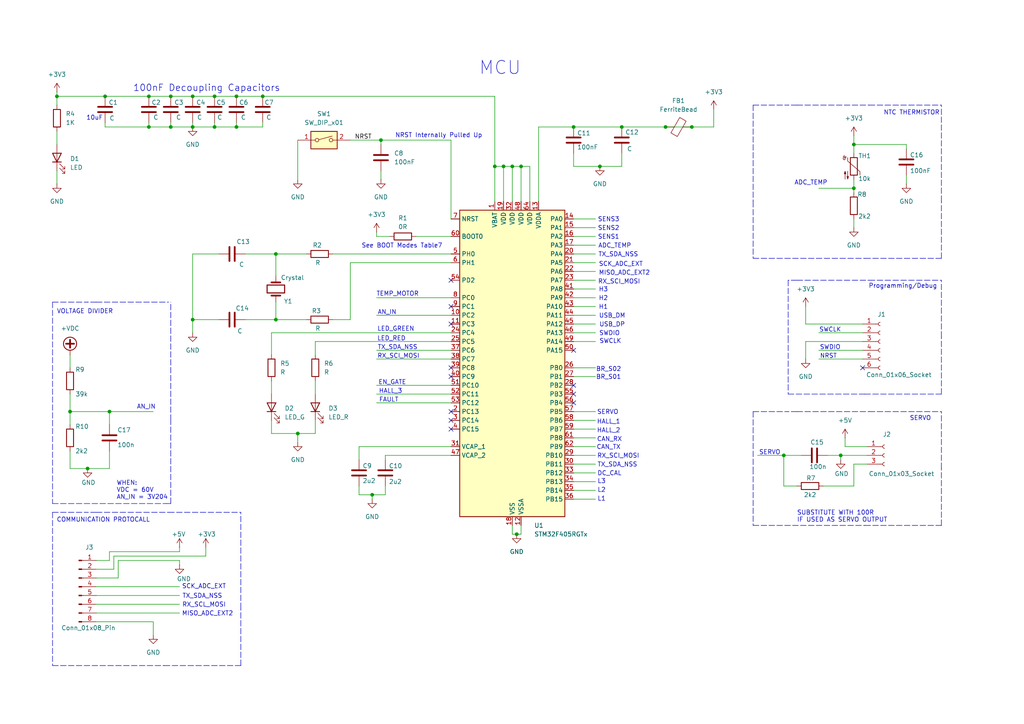
<source format=kicad_sch>
(kicad_sch (version 20231120) (generator "eeschema") (generator_version "8.0")
  (paper "A4")
  (lib_symbols
    (symbol "Connector:Conn_01x03_Socket" (pin_names (offset 1.016) hide)
      (property "Reference" "J" (at 0 5.08 0))
      (property "Value" "Conn_01x03_Socket" (at 0 -5.08 0))
      (symbol "Conn_01x03_Socket_1_1"
        (arc (start 0 -2.032) (mid -0.5058 -2.54) (end 0 -3.048) (stroke (width 0.1524)))
        (polyline (pts (xy -1.27 -2.54) (xy -0.508 -2.54)) (stroke (width 0.1524)))
        (polyline (pts (xy -1.27 0) (xy -0.508 0)) (stroke (width 0.1524)))
        (polyline (pts (xy -1.27 2.54) (xy -0.508 2.54)) (stroke (width 0.1524)))
        (arc (start 0 0.508) (mid -0.5058 0) (end 0 -0.508) (stroke (width 0.1524)))
        (arc (start 0 3.048) (mid -0.5058 2.54) (end 0 2.032) (stroke (width 0.1524)))
        (pin passive line (at -5.08 2.54 0) (length 3.81) (name "Pin_1") (number "1"))
        (pin passive line (at -5.08 0 0) (length 3.81) (name "Pin_2") (number "2"))
        (pin passive line (at -5.08 -2.54 0) (length 3.81) (name "Pin_3") (number "3"))
      )
    )
    (symbol "Connector:Conn_01x06_Socket" (pin_names (offset 1.016) hide)
      (property "Reference" "J" (at 0 7.62 0))
      (property "Value" "Conn_01x06_Socket" (at 0 -10.16 0))
      (symbol "Conn_01x06_Socket_1_1"
        (arc (start 0 -7.112) (mid -0.5058 -7.62) (end 0 -8.128) (stroke (width 0.1524)))
        (arc (start 0 -4.572) (mid -0.5058 -5.08) (end 0 -5.588) (stroke (width 0.1524)))
        (arc (start 0 -2.032) (mid -0.5058 -2.54) (end 0 -3.048) (stroke (width 0.1524)))
        (polyline (pts (xy -1.27 -7.62) (xy -0.508 -7.62)) (stroke (width 0.1524)))
        (polyline (pts (xy -1.27 -5.08) (xy -0.508 -5.08)) (stroke (width 0.1524)))
        (polyline (pts (xy -1.27 -2.54) (xy -0.508 -2.54)) (stroke (width 0.1524)))
        (polyline (pts (xy -1.27 0) (xy -0.508 0)) (stroke (width 0.1524)))
        (polyline (pts (xy -1.27 2.54) (xy -0.508 2.54)) (stroke (width 0.1524)))
        (polyline (pts (xy -1.27 5.08) (xy -0.508 5.08)) (stroke (width 0.1524)))
        (arc (start 0 0.508) (mid -0.5058 0) (end 0 -0.508) (stroke (width 0.1524)))
        (arc (start 0 3.048) (mid -0.5058 2.54) (end 0 2.032) (stroke (width 0.1524)))
        (arc (start 0 5.588) (mid -0.5058 5.08) (end 0 4.572) (stroke (width 0.1524)))
        (pin passive line (at -5.08 5.08 0) (length 3.81) (name "Pin_1") (number "1"))
        (pin passive line (at -5.08 2.54 0) (length 3.81) (name "Pin_2") (number "2"))
        (pin passive line (at -5.08 0 0) (length 3.81) (name "Pin_3") (number "3"))
        (pin passive line (at -5.08 -2.54 0) (length 3.81) (name "Pin_4") (number "4"))
        (pin passive line (at -5.08 -5.08 0) (length 3.81) (name "Pin_5") (number "5"))
        (pin passive line (at -5.08 -7.62 0) (length 3.81) (name "Pin_6") (number "6"))
      )
    )
    (symbol "Connector:Conn_01x08_Pin" (pin_names (offset 1.016) hide)
      (property "Reference" "J" (at 0 10.16 0))
      (property "Value" "Conn_01x08_Pin" (at 0 -12.7 0))
      (symbol "Conn_01x08_Pin_1_1"
        (polyline (pts (xy 1.27 -10.16) (xy 0.8636 -10.16)) (stroke (width 0.1524)))
        (polyline (pts (xy 1.27 -7.62) (xy 0.8636 -7.62)) (stroke (width 0.1524)))
        (polyline (pts (xy 1.27 -5.08) (xy 0.8636 -5.08)) (stroke (width 0.1524)))
        (polyline (pts (xy 1.27 -2.54) (xy 0.8636 -2.54)) (stroke (width 0.1524)))
        (polyline (pts (xy 1.27 0) (xy 0.8636 0)) (stroke (width 0.1524)))
        (polyline (pts (xy 1.27 2.54) (xy 0.8636 2.54)) (stroke (width 0.1524)))
        (polyline (pts (xy 1.27 5.08) (xy 0.8636 5.08)) (stroke (width 0.1524)))
        (polyline (pts (xy 1.27 7.62) (xy 0.8636 7.62)) (stroke (width 0.1524)))
        (rectangle (start 0.8636 -10.033) (end 0 -10.287) (stroke (width 0.1524)) (fill (type outline)))
        (rectangle (start 0.8636 -7.493) (end 0 -7.747) (stroke (width 0.1524)) (fill (type outline)))
        (rectangle (start 0.8636 -4.953) (end 0 -5.207) (stroke (width 0.1524)) (fill (type outline)))
        (rectangle (start 0.8636 -2.413) (end 0 -2.667) (stroke (width 0.1524)) (fill (type outline)))
        (rectangle (start 0.8636 0.127) (end 0 -0.127) (stroke (width 0.1524)) (fill (type outline)))
        (rectangle (start 0.8636 2.667) (end 0 2.413) (stroke (width 0.1524)) (fill (type outline)))
        (rectangle (start 0.8636 5.207) (end 0 4.953) (stroke (width 0.1524)) (fill (type outline)))
        (rectangle (start 0.8636 7.747) (end 0 7.493) (stroke (width 0.1524)) (fill (type outline)))
        (pin passive line (at 5.08 7.62 180) (length 3.81) (name "Pin_1") (number "1"))
        (pin passive line (at 5.08 5.08 180) (length 3.81) (name "Pin_2") (number "2"))
        (pin passive line (at 5.08 2.54 180) (length 3.81) (name "Pin_3") (number "3"))
        (pin passive line (at 5.08 0 180) (length 3.81) (name "Pin_4") (number "4"))
        (pin passive line (at 5.08 -2.54 180) (length 3.81) (name "Pin_5") (number "5"))
        (pin passive line (at 5.08 -5.08 180) (length 3.81) (name "Pin_6") (number "6"))
        (pin passive line (at 5.08 -7.62 180) (length 3.81) (name "Pin_7") (number "7"))
        (pin passive line (at 5.08 -10.16 180) (length 3.81) (name "Pin_8") (number "8"))
      )
    )
    (symbol "Device:C" (pin_numbers hide) (pin_names (offset 0.254))
      (property "Reference" "C" (at 0.635 2.54 0))
      (property "Value" "C" (at 0.635 -2.54 0))
      (symbol "C_0_1"
        (polyline (pts (xy -2.032 -0.762) (xy 2.032 -0.762)) (stroke (width 0.508)))
        (polyline (pts (xy -2.032 0.762) (xy 2.032 0.762)) (stroke (width 0.508)))
      )
      (symbol "C_1_1"
        (pin passive line (at 0 3.81 270) (length 2.794) (name "~") (number "1"))
        (pin passive line (at 0 -3.81 90) (length 2.794) (name "~") (number "2"))
      )
    )
    (symbol "Device:Crystal" (pin_numbers hide) (pin_names (offset 1.016) hide)
      (property "Reference" "Y" (at 0 3.81 0))
      (property "Value" "Crystal" (at 0 -3.81 0))
      (symbol "Crystal_0_1"
        (rectangle (start -1.143 2.54) (end 1.143 -2.54) (stroke (width 0.3048)))
        (polyline (pts (xy -2.54 0) (xy -1.905 0)))
        (polyline (pts (xy -1.905 -1.27) (xy -1.905 1.27)) (stroke (width 0.508)))
        (polyline (pts (xy 1.905 -1.27) (xy 1.905 1.27)) (stroke (width 0.508)))
        (polyline (pts (xy 2.54 0) (xy 1.905 0)))
      )
      (symbol "Crystal_1_1"
        (pin passive line (at -3.81 0 0) (length 1.27) (name "1") (number "1"))
        (pin passive line (at 3.81 0 180) (length 1.27) (name "2") (number "2"))
      )
    )
    (symbol "Device:FerriteBead" (pin_numbers hide) (pin_names (offset 0))
      (property "Reference" "FB" (at -3.81 0.635 90))
      (property "Value" "FerriteBead" (at 3.81 0 90))
      (symbol "FerriteBead_0_1"
        (polyline (pts (xy 0 -1.27) (xy 0 -1.2192)))
        (polyline (pts (xy 0 1.27) (xy 0 1.2954)))
        (polyline (pts (xy -2.7686 0.4064) (xy -1.7018 2.2606) (xy 2.7686 -0.3048) (xy 1.6764 -2.159) (xy -2.7686 0.4064)))
      )
      (symbol "FerriteBead_1_1"
        (pin passive line (at 0 3.81 270) (length 2.54) (name "~") (number "1"))
        (pin passive line (at 0 -3.81 90) (length 2.54) (name "~") (number "2"))
      )
    )
    (symbol "Device:LED" (pin_numbers hide) (pin_names (offset 1.016) hide)
      (property "Reference" "D" (at 0 2.54 0))
      (property "Value" "LED" (at 0 -2.54 0))
      (symbol "LED_0_1"
        (polyline (pts (xy -1.27 -1.27) (xy -1.27 1.27)) (stroke (width 0.254)))
        (polyline (pts (xy -1.27 0) (xy 1.27 0)))
        (polyline (pts (xy 1.27 -1.27) (xy 1.27 1.27) (xy -1.27 0) (xy 1.27 -1.27)) (stroke (width 0.254)))
        (polyline (pts (xy -3.048 -0.762) (xy -4.572 -2.286) (xy -3.81 -2.286) (xy -4.572 -2.286) (xy -4.572 -1.524)))
        (polyline (pts (xy -1.778 -0.762) (xy -3.302 -2.286) (xy -2.54 -2.286) (xy -3.302 -2.286) (xy -3.302 -1.524)))
      )
      (symbol "LED_1_1"
        (pin passive line (at -3.81 0 0) (length 2.54) (name "K") (number "1"))
        (pin passive line (at 3.81 0 180) (length 2.54) (name "A") (number "2"))
      )
    )
    (symbol "Device:R" (pin_numbers hide) (pin_names (offset 0))
      (property "Reference" "R" (at 2.032 0 90))
      (property "Value" "R" (at 0 0 90))
      (symbol "R_0_1"
        (rectangle (start -1.016 -2.54) (end 1.016 2.54) (stroke (width 0.254)))
      )
      (symbol "R_1_1"
        (pin passive line (at 0 3.81 270) (length 1.27) (name "~") (number "1"))
        (pin passive line (at 0 -3.81 90) (length 1.27) (name "~") (number "2"))
      )
    )
    (symbol "Device:Thermistor_NTC" (pin_numbers hide) (pin_names (offset 0))
      (property "Reference" "TH" (at -4.445 0 90))
      (property "Value" "Thermistor_NTC" (at 3.175 0 90))
      (symbol "Thermistor_NTC_0_1"
        (arc (start -3.048 2.159) (mid -3.0495 2.3143) (end -3.175 2.413))
        (arc (start -3.048 2.159) (mid -2.9736 1.9794) (end -2.794 1.905))
        (arc (start -3.048 2.794) (mid -2.9736 2.6144) (end -2.794 2.54))
        (arc (start -2.794 1.905) (mid -2.6144 1.9794) (end -2.54 2.159))
        (arc (start -2.794 2.54) (mid -2.4393 2.5587) (end -2.159 2.794))
        (arc (start -2.794 3.048) (mid -2.9736 2.9736) (end -3.048 2.794))
        (arc (start -2.54 2.794) (mid -2.6144 2.9736) (end -2.794 3.048))
        (rectangle (start -1.016 2.54) (end 1.016 -2.54) (stroke (width 0.254)))
        (polyline (pts (xy -2.54 2.159) (xy -2.54 2.794)))
        (polyline (pts (xy -1.778 2.54) (xy -1.778 1.524) (xy 1.778 -1.524) (xy 1.778 -2.54)))
        (polyline (pts (xy -2.54 -3.683) (xy -2.54 -1.397) (xy -2.794 -2.159) (xy -2.286 -2.159) (xy -2.54 -1.397) (xy -2.54 -1.651)) (fill (type outline)))
        (polyline (pts (xy -1.778 -1.397) (xy -1.778 -3.683) (xy -2.032 -2.921) (xy -1.524 -2.921) (xy -1.778 -3.683) (xy -1.778 -3.429)) (fill (type outline)))
      )
      (symbol "Thermistor_NTC_1_1"
        (pin passive line (at 0 3.81 270) (length 1.27) (name "~") (number "1"))
        (pin passive line (at 0 -3.81 90) (length 1.27) (name "~") (number "2"))
      )
    )
    (symbol "MCU_ST_STM32F4:STM32F405RGTx"
      (property "Reference" "U" (at -15.24 46.99 0))
      (property "Value" "STM32F405RGTx" (at 10.16 46.99 0))
      (symbol "STM32F405RGTx_0_1"
        (rectangle (start -15.24 -43.18) (end 15.24 45.72) (stroke (width 0.254)) (fill (type background)))
      )
      (symbol "STM32F405RGTx_1_1"
        (pin power_in line (at -5.08 48.26 270) (length 2.54) (name "VBAT") (number "1"))
        (pin bidirectional line (at -17.78 15.24 0) (length 2.54) (name "PC2") (number "10"))
        (pin bidirectional line (at -17.78 12.7 0) (length 2.54) (name "PC3") (number "11"))
        (pin power_in line (at 2.54 -45.72 90) (length 2.54) (name "VSSA") (number "12"))
        (pin power_in line (at 7.62 48.26 270) (length 2.54) (name "VDDA") (number "13"))
        (pin bidirectional line (at 17.78 43.18 180) (length 2.54) (name "PA0") (number "14"))
        (pin bidirectional line (at 17.78 40.64 180) (length 2.54) (name "PA1") (number "15"))
        (pin bidirectional line (at 17.78 38.1 180) (length 2.54) (name "PA2") (number "16"))
        (pin bidirectional line (at 17.78 35.56 180) (length 2.54) (name "PA3") (number "17"))
        (pin power_in line (at 0 -45.72 90) (length 2.54) (name "VSS") (number "18"))
        (pin power_in line (at -2.54 48.26 270) (length 2.54) (name "VDD") (number "19"))
        (pin bidirectional line (at -17.78 -12.7 0) (length 2.54) (name "PC13") (number "2"))
        (pin bidirectional line (at 17.78 33.02 180) (length 2.54) (name "PA4") (number "20"))
        (pin bidirectional line (at 17.78 30.48 180) (length 2.54) (name "PA5") (number "21"))
        (pin bidirectional line (at 17.78 27.94 180) (length 2.54) (name "PA6") (number "22"))
        (pin bidirectional line (at 17.78 25.4 180) (length 2.54) (name "PA7") (number "23"))
        (pin bidirectional line (at -17.78 10.16 0) (length 2.54) (name "PC4") (number "24"))
        (pin bidirectional line (at -17.78 7.62 0) (length 2.54) (name "PC5") (number "25"))
        (pin bidirectional line (at 17.78 0 180) (length 2.54) (name "PB0") (number "26"))
        (pin bidirectional line (at 17.78 -2.54 180) (length 2.54) (name "PB1") (number "27"))
        (pin bidirectional line (at 17.78 -5.08 180) (length 2.54) (name "PB2") (number "28"))
        (pin bidirectional line (at 17.78 -25.4 180) (length 2.54) (name "PB10") (number "29"))
        (pin bidirectional line (at -17.78 -15.24 0) (length 2.54) (name "PC14") (number "3"))
        (pin bidirectional line (at 17.78 -27.94 180) (length 2.54) (name "PB11") (number "30"))
        (pin power_out line (at -17.78 -22.86 0) (length 2.54) (name "VCAP_1") (number "31"))
        (pin power_in line (at 0 48.26 270) (length 2.54) (name "VDD") (number "32"))
        (pin bidirectional line (at 17.78 -30.48 180) (length 2.54) (name "PB12") (number "33"))
        (pin bidirectional line (at 17.78 -33.02 180) (length 2.54) (name "PB13") (number "34"))
        (pin bidirectional line (at 17.78 -35.56 180) (length 2.54) (name "PB14") (number "35"))
        (pin bidirectional line (at 17.78 -38.1 180) (length 2.54) (name "PB15") (number "36"))
        (pin bidirectional line (at -17.78 5.08 0) (length 2.54) (name "PC6") (number "37"))
        (pin bidirectional line (at -17.78 2.54 0) (length 2.54) (name "PC7") (number "38"))
        (pin bidirectional line (at -17.78 0 0) (length 2.54) (name "PC8") (number "39"))
        (pin bidirectional line (at -17.78 -17.78 0) (length 2.54) (name "PC15") (number "4"))
        (pin bidirectional line (at -17.78 -2.54 0) (length 2.54) (name "PC9") (number "40"))
        (pin bidirectional line (at 17.78 22.86 180) (length 2.54) (name "PA8") (number "41"))
        (pin bidirectional line (at 17.78 20.32 180) (length 2.54) (name "PA9") (number "42"))
        (pin bidirectional line (at 17.78 17.78 180) (length 2.54) (name "PA10") (number "43"))
        (pin bidirectional line (at 17.78 15.24 180) (length 2.54) (name "PA11") (number "44"))
        (pin bidirectional line (at 17.78 12.7 180) (length 2.54) (name "PA12") (number "45"))
        (pin bidirectional line (at 17.78 10.16 180) (length 2.54) (name "PA13") (number "46"))
        (pin power_out line (at -17.78 -25.4 0) (length 2.54) (name "VCAP_2") (number "47"))
        (pin power_in line (at 2.54 48.26 270) (length 2.54) (name "VDD") (number "48"))
        (pin bidirectional line (at 17.78 7.62 180) (length 2.54) (name "PA14") (number "49"))
        (pin bidirectional line (at -17.78 33.02 0) (length 2.54) (name "PH0") (number "5"))
        (pin bidirectional line (at 17.78 5.08 180) (length 2.54) (name "PA15") (number "50"))
        (pin bidirectional line (at -17.78 -5.08 0) (length 2.54) (name "PC10") (number "51"))
        (pin bidirectional line (at -17.78 -7.62 0) (length 2.54) (name "PC11") (number "52"))
        (pin bidirectional line (at -17.78 -10.16 0) (length 2.54) (name "PC12") (number "53"))
        (pin bidirectional line (at -17.78 25.4 0) (length 2.54) (name "PD2") (number "54"))
        (pin bidirectional line (at 17.78 -7.62 180) (length 2.54) (name "PB3") (number "55"))
        (pin bidirectional line (at 17.78 -10.16 180) (length 2.54) (name "PB4") (number "56"))
        (pin bidirectional line (at 17.78 -12.7 180) (length 2.54) (name "PB5") (number "57"))
        (pin bidirectional line (at 17.78 -15.24 180) (length 2.54) (name "PB6") (number "58"))
        (pin bidirectional line (at 17.78 -17.78 180) (length 2.54) (name "PB7") (number "59"))
        (pin bidirectional line (at -17.78 30.48 0) (length 2.54) (name "PH1") (number "6"))
        (pin input line (at -17.78 38.1 0) (length 2.54) (name "BOOT0") (number "60"))
        (pin bidirectional line (at 17.78 -20.32 180) (length 2.54) (name "PB8") (number "61"))
        (pin bidirectional line (at 17.78 -22.86 180) (length 2.54) (name "PB9") (number "62"))
        (pin passive line (at 0 -45.72 90) (length 2.54) hide (name "VSS") (number "63"))
        (pin power_in line (at 5.08 48.26 270) (length 2.54) (name "VDD") (number "64"))
        (pin input line (at -17.78 43.18 0) (length 2.54) (name "NRST") (number "7"))
        (pin bidirectional line (at -17.78 20.32 0) (length 2.54) (name "PC0") (number "8"))
        (pin bidirectional line (at -17.78 17.78 0) (length 2.54) (name "PC1") (number "9"))
      )
    )
    (symbol "Switch:SW_DIP_x01" (pin_names (offset 0) hide)
      (property "Reference" "SW" (at 0 3.81 0))
      (property "Value" "SW_DIP_x01" (at 0 -3.81 0))
      (symbol "SW_DIP_x01_0_0"
        (circle (center -2.032 0) (radius 0.508))
        (polyline (pts (xy -1.524 0.127) (xy 2.3622 1.1684)))
        (circle (center 2.032 0) (radius 0.508))
      )
      (symbol "SW_DIP_x01_0_1"
        (rectangle (start -3.81 2.54) (end 3.81 -2.54) (stroke (width 0.254)) (fill (type background)))
      )
      (symbol "SW_DIP_x01_1_1"
        (pin passive line (at -7.62 0 0) (length 5.08) (name "~") (number "1"))
        (pin passive line (at 7.62 0 180) (length 5.08) (name "~") (number "2"))
      )
    )
    (symbol "power:+3V3" (power) (pin_numbers hide) (pin_names (offset 0) hide)
      (property "Value" "+3V3" (at 0 3.556 0))
      (symbol "+3V3_0_1"
        (polyline (pts (xy -0.762 1.27) (xy 0 2.54)))
        (polyline (pts (xy 0 0) (xy 0 2.54)))
        (polyline (pts (xy 0 2.54) (xy 0.762 1.27)))
      )
      (symbol "+3V3_1_1"
        (pin power_in line (at 0 0 90) (length 0) (name "~") (number "1"))
      )
    )
    (symbol "power:+5V" (power) (pin_numbers hide) (pin_names (offset 0) hide)
      (property "Value" "+5V" (at 0 3.556 0))
      (symbol "+5V_0_1"
        (polyline (pts (xy -0.762 1.27) (xy 0 2.54)))
        (polyline (pts (xy 0 0) (xy 0 2.54)))
        (polyline (pts (xy 0 2.54) (xy 0.762 1.27)))
      )
      (symbol "+5V_1_1"
        (pin power_in line (at 0 0 90) (length 0) (name "~") (number "1"))
      )
    )
    (symbol "power:+VDC" (power) (pin_numbers hide) (pin_names (offset 0) hide)
      (property "Value" "+VDC" (at 0 6.35 0))
      (symbol "+VDC_0_1"
        (polyline (pts (xy -1.143 3.175) (xy 1.143 3.175)) (stroke (width 0.508)))
        (polyline (pts (xy 0 0) (xy 0 1.27)))
        (polyline (pts (xy 0 2.032) (xy 0 4.318)) (stroke (width 0.508)))
        (circle (center 0 3.175) (radius 1.905) (stroke (width 0.254)))
      )
      (symbol "+VDC_1_1"
        (pin power_in line (at 0 0 90) (length 0) (name "~") (number "1"))
      )
    )
    (symbol "power:GND" (power) (pin_numbers hide) (pin_names (offset 0) hide)
      (property "Value" "GND" (at 0 -3.81 0))
      (symbol "GND_0_1"
        (polyline (pts (xy 0 0) (xy 0 -1.27) (xy 1.27 -1.27) (xy 0 -2.54) (xy -1.27 -1.27) (xy 0 -1.27)))
      )
      (symbol "GND_1_1"
        (pin power_in line (at 0 0 270) (length 0) (name "~") (number "1"))
      )
    )
  )
  (junction (at 149.86 154.94))
  (junction (at 76.2 27.94))
  (junction (at 193.04 36.83))
  (junction (at 80.01 73.66))
  (junction (at 55.88 92.71))
  (junction (at 43.18 36.83))
  (junction (at 247.65 54.61))
  (junction (at 151.13 48.26))
  (junction (at 49.53 27.94))
  (junction (at 68.58 36.83))
  (junction (at 148.59 48.26))
  (junction (at 143.51 48.26))
  (junction (at 173.99 48.26))
  (junction (at 62.23 27.94))
  (junction (at 107.95 143.51))
  (junction (at 146.05 48.26))
  (junction (at 20.32 119.38))
  (junction (at 180.34 36.83))
  (junction (at 16.51 27.94))
  (junction (at 25.4 135.89))
  (junction (at 49.53 36.83))
  (junction (at 55.88 27.94))
  (junction (at 62.23 36.83))
  (junction (at 31.75 119.38))
  (junction (at 166.37 36.83))
  (junction (at 227.33 132.08))
  (junction (at 55.88 36.83))
  (junction (at 247.65 41.91))
  (junction (at 110.49 40.64))
  (junction (at 68.58 27.94))
  (junction (at 200.66 36.83))
  (junction (at 243.84 132.08))
  (junction (at 80.01 92.71))
  (junction (at 86.36 125.73))
  (junction (at 30.48 27.94))
  (junction (at 43.18 27.94))
  (no_connect (at 166.37 111.76))
  (no_connect (at 130.81 124.46))
  (no_connect (at 130.81 119.38))
  (no_connect (at 166.37 114.3))
  (no_connect (at 130.81 106.68))
  (no_connect (at 130.81 121.92))
  (no_connect (at 250.19 106.68))
  (no_connect (at 130.81 109.22))
  (no_connect (at 130.81 93.98))
  (no_connect (at 166.37 116.84))
  (no_connect (at 166.37 101.6))
  (no_connect (at 130.81 88.9))
  (no_connect (at 130.81 81.28))
  (wire (pts (xy 31.75 119.38) (xy 44.45 119.38)))
  (wire (pts (xy 247.65 39.37) (xy 247.65 41.91)))
  (wire (pts (xy 146.05 48.26) (xy 148.59 48.26)))
  (wire (pts (xy 151.13 154.94) (xy 151.13 152.4)))
  (wire (pts (xy 109.22 116.84) (xy 130.81 116.84)))
  (wire (pts (xy 109.22 104.14) (xy 130.81 104.14)))
  (wire (pts (xy 110.49 40.64) (xy 130.81 40.64)))
  (polyline (pts (xy 15.24 193.04) (xy 47.625 193.04)) (stroke (width 0) (type dash)))
  (wire (pts (xy 166.37 78.74) (xy 172.72 78.74)))
  (wire (pts (xy 68.58 36.83) (xy 68.58 35.56)))
  (wire (pts (xy 156.21 36.83) (xy 156.21 58.42)))
  (wire (pts (xy 166.37 86.36) (xy 172.72 86.36)))
  (wire (pts (xy 166.37 83.82) (xy 172.72 83.82)))
  (wire (pts (xy 180.34 44.45) (xy 180.34 48.26)))
  (polyline (pts (xy 27.94 87.63) (xy 25.4 87.63)) (stroke (width 0) (type dash)))
  (wire (pts (xy 166.37 119.38) (xy 172.72 119.38)))
  (wire (pts (xy 109.22 101.6) (xy 130.81 101.6)))
  (wire (pts (xy 166.37 76.2) (xy 172.72 76.2)))
  (wire (pts (xy 245.11 127) (xy 245.11 129.54)))
  (wire (pts (xy 166.37 66.04) (xy 172.72 66.04)))
  (wire (pts (xy 78.74 96.52) (xy 78.74 102.87)))
  (polyline (pts (xy 273.05 74.93) (xy 273.05 58.42)) (stroke (width 0) (type dash)))
  (polyline (pts (xy 48.895 148.59) (xy 69.85 148.59)) (stroke (width 0) (type dash)))
  (wire (pts (xy 156.21 36.83) (xy 166.37 36.83)))
  (wire (pts (xy 238.76 140.97) (xy 247.65 140.97)))
  (wire (pts (xy 43.18 27.94) (xy 49.53 27.94)))
  (wire (pts (xy 16.51 26.67) (xy 16.51 27.94)))
  (polyline (pts (xy 15.24 87.63) (xy 15.24 121.92)) (stroke (width 0) (type dash)))
  (wire (pts (xy 91.44 121.92) (xy 91.44 125.73)))
  (wire (pts (xy 107.95 143.51) (xy 104.14 143.51)))
  (wire (pts (xy 52.07 162.56) (xy 52.07 163.83)))
  (wire (pts (xy 148.59 154.94) (xy 149.86 154.94)))
  (wire (pts (xy 104.14 143.51) (xy 104.14 140.97)))
  (wire (pts (xy 143.51 27.94) (xy 143.51 48.26)))
  (wire (pts (xy 71.12 92.71) (xy 80.01 92.71)))
  (wire (pts (xy 31.75 130.81) (xy 31.75 135.89)))
  (wire (pts (xy 55.88 36.83) (xy 62.23 36.83)))
  (wire (pts (xy 111.76 133.35) (xy 111.76 132.08)))
  (wire (pts (xy 247.65 134.62) (xy 251.46 134.62)))
  (wire (pts (xy 52.07 160.02) (xy 52.07 158.75)))
  (polyline (pts (xy 218.44 30.48) (xy 228.6 30.48)) (stroke (width 0) (type dash)))
  (wire (pts (xy 59.69 158.75) (xy 59.69 161.29)))
  (wire (pts (xy 247.65 140.97) (xy 247.65 134.62)))
  (wire (pts (xy 27.94 177.8) (xy 52.07 177.8)))
  (wire (pts (xy 31.75 160.02) (xy 52.07 160.02)))
  (wire (pts (xy 166.37 99.06) (xy 172.72 99.06)))
  (wire (pts (xy 166.37 93.98) (xy 172.72 93.98)))
  (wire (pts (xy 247.65 52.07) (xy 247.65 54.61)))
  (wire (pts (xy 233.68 88.9) (xy 233.68 93.98)))
  (wire (pts (xy 247.65 63.5) (xy 247.65 66.04)))
  (wire (pts (xy 68.58 36.83) (xy 76.2 36.83)))
  (wire (pts (xy 149.86 154.94) (xy 151.13 154.94)))
  (wire (pts (xy 27.94 172.72) (xy 52.07 172.72)))
  (wire (pts (xy 16.51 38.1) (xy 16.51 41.91)))
  (wire (pts (xy 80.01 87.63) (xy 80.01 92.71)))
  (wire (pts (xy 86.36 125.73) (xy 78.74 125.73)))
  (wire (pts (xy 20.32 135.89) (xy 25.4 135.89)))
  (wire (pts (xy 96.52 73.66) (xy 130.81 73.66)))
  (wire (pts (xy 166.37 129.54) (xy 172.72 129.54)))
  (polyline (pts (xy 218.44 58.42) (xy 218.44 74.93)) (stroke (width 0) (type dash)))
  (polyline (pts (xy 273.05 135.89) (xy 273.05 119.38)) (stroke (width 0) (type dash)))
  (wire (pts (xy 227.33 132.08) (xy 227.33 140.97)))
  (polyline (pts (xy 27.94 148.59) (xy 48.895 148.59)) (stroke (width 0) (type dash)))
  (wire (pts (xy 33.02 165.1) (xy 33.02 161.29)))
  (polyline (pts (xy 231.14 119.38) (xy 228.6 119.38)) (stroke (width 0) (type dash)))
  (polyline (pts (xy 15.24 87.63) (xy 25.4 87.63)) (stroke (width 0) (type dash)))
  (wire (pts (xy 166.37 127) (xy 172.72 127)))
  (wire (pts (xy 55.88 92.71) (xy 55.88 96.52)))
  (wire (pts (xy 109.22 86.36) (xy 130.81 86.36)))
  (wire (pts (xy 111.76 143.51) (xy 107.95 143.51)))
  (polyline (pts (xy 218.44 135.89) (xy 218.44 152.4)) (stroke (width 0) (type dash)))
  (polyline (pts (xy 252.095 119.38) (xy 273.05 119.38)) (stroke (width 0) (type dash)))
  (wire (pts (xy 71.12 73.66) (xy 80.01 73.66)))
  (wire (pts (xy 166.37 134.62) (xy 172.72 134.62)))
  (wire (pts (xy 166.37 142.24) (xy 172.72 142.24)))
  (wire (pts (xy 43.18 36.83) (xy 43.18 35.56)))
  (wire (pts (xy 148.59 48.26) (xy 148.59 58.42)))
  (wire (pts (xy 151.13 48.26) (xy 153.67 48.26)))
  (polyline (pts (xy 47.625 193.04) (xy 69.85 193.04)) (stroke (width 0) (type dash)))
  (wire (pts (xy 247.65 54.61) (xy 247.65 55.88)))
  (polyline (pts (xy 273.05 152.4) (xy 273.05 135.89)) (stroke (width 0) (type dash)))
  (wire (pts (xy 262.89 50.8) (xy 262.89 53.34)))
  (wire (pts (xy 27.94 180.34) (xy 44.45 180.34)))
  (polyline (pts (xy 273.05 97.79) (xy 273.05 81.28)) (stroke (width 0) (type dash)))
  (wire (pts (xy 237.49 54.61) (xy 247.65 54.61)))
  (wire (pts (xy 146.05 48.26) (xy 146.05 58.42)))
  (wire (pts (xy 166.37 109.22) (xy 172.72 109.22)))
  (polyline (pts (xy 218.44 152.4) (xy 250.825 152.4)) (stroke (width 0) (type dash)))
  (wire (pts (xy 130.81 40.64) (xy 130.81 63.5)))
  (polyline (pts (xy 231.14 30.48) (xy 252.095 30.48)) (stroke (width 0) (type dash)))
  (wire (pts (xy 166.37 36.83) (xy 180.34 36.83)))
  (wire (pts (xy 30.48 27.94) (xy 43.18 27.94)))
  (wire (pts (xy 20.32 102.87) (xy 20.32 106.68)))
  (wire (pts (xy 86.36 40.64) (xy 86.36 52.07)))
  (wire (pts (xy 247.65 41.91) (xy 247.65 44.45)))
  (wire (pts (xy 62.23 36.83) (xy 62.23 35.56)))
  (wire (pts (xy 166.37 137.16) (xy 172.72 137.16)))
  (wire (pts (xy 243.84 132.08) (xy 251.46 132.08)))
  (polyline (pts (xy 15.24 146.05) (xy 48.26 146.05)) (stroke (width 0) (type dash)))
  (wire (pts (xy 151.13 48.26) (xy 151.13 58.42)))
  (wire (pts (xy 101.6 76.2) (xy 101.6 92.71)))
  (wire (pts (xy 166.37 106.68) (xy 172.72 106.68)))
  (polyline (pts (xy 27.94 87.63) (xy 48.895 87.63)) (stroke (width 0) (type dash)))
  (wire (pts (xy 173.99 48.26) (xy 180.34 48.26)))
  (wire (pts (xy 109.22 91.44) (xy 130.81 91.44)))
  (polyline (pts (xy 218.44 30.48) (xy 218.44 58.42)) (stroke (width 0) (type dash)))
  (wire (pts (xy 193.04 36.83) (xy 200.66 36.83)))
  (wire (pts (xy 166.37 144.78) (xy 172.72 144.78)))
  (wire (pts (xy 166.37 71.12) (xy 172.72 71.12)))
  (wire (pts (xy 80.01 80.01) (xy 80.01 73.66)))
  (wire (pts (xy 55.88 73.66) (xy 55.88 92.71)))
  (wire (pts (xy 237.49 96.52) (xy 250.19 96.52)))
  (wire (pts (xy 180.34 36.83) (xy 193.04 36.83)))
  (wire (pts (xy 243.84 133.35) (xy 243.84 132.08)))
  (wire (pts (xy 16.51 27.94) (xy 16.51 30.48)))
  (wire (pts (xy 20.32 114.3) (xy 20.32 119.38)))
  (polyline (pts (xy 15.24 148.59) (xy 25.4 148.59)) (stroke (width 0) (type dash)))
  (wire (pts (xy 20.32 119.38) (xy 20.32 123.19)))
  (wire (pts (xy 76.2 36.83) (xy 76.2 35.56)))
  (wire (pts (xy 55.88 27.94) (xy 62.23 27.94)))
  (wire (pts (xy 62.23 27.94) (xy 68.58 27.94)))
  (wire (pts (xy 27.94 165.1) (xy 33.02 165.1)))
  (wire (pts (xy 78.74 96.52) (xy 130.81 96.52)))
  (wire (pts (xy 143.51 48.26) (xy 146.05 48.26)))
  (polyline (pts (xy 250.825 74.93) (xy 273.05 74.93)) (stroke (width 0) (type dash)))
  (wire (pts (xy 166.37 88.9) (xy 172.72 88.9)))
  (wire (pts (xy 49.53 36.83) (xy 55.88 36.83)))
  (wire (pts (xy 130.81 129.54) (xy 104.14 129.54)))
  (polyline (pts (xy 15.24 121.92) (xy 15.24 146.05)) (stroke (width 0) (type dash)))
  (wire (pts (xy 219.71 132.08) (xy 227.33 132.08)))
  (wire (pts (xy 80.01 92.71) (xy 88.9 92.71)))
  (wire (pts (xy 31.75 123.19) (xy 31.75 119.38)))
  (polyline (pts (xy 231.14 30.48) (xy 228.6 30.48)) (stroke (width 0) (type dash)))
  (wire (pts (xy 109.22 114.3) (xy 130.81 114.3)))
  (wire (pts (xy 111.76 132.08) (xy 130.81 132.08)))
  (wire (pts (xy 166.37 96.52) (xy 172.72 96.52)))
  (polyline (pts (xy 228.6 97.79) (xy 228.6 114.3)) (stroke (width 0) (type dash)))
  (wire (pts (xy 262.89 41.91) (xy 247.65 41.91)))
  (wire (pts (xy 91.44 102.87) (xy 91.44 99.06)))
  (wire (pts (xy 237.49 101.6) (xy 250.19 101.6)))
  (wire (pts (xy 49.53 27.94) (xy 55.88 27.94)))
  (polyline (pts (xy 48.26 146.05) (xy 49.53 146.05)) (stroke (width 0) (type dash)))
  (polyline (pts (xy 273.05 114.3) (xy 273.05 97.79)) (stroke (width 0) (type dash)))
  (wire (pts (xy 166.37 68.58) (xy 172.72 68.58)))
  (polyline (pts (xy 228.6 81.28) (xy 228.6 97.79)) (stroke (width 0) (type dash)))
  (polyline (pts (xy 231.14 81.28) (xy 228.6 81.28)) (stroke (width 0) (type dash)))
  (polyline (pts (xy 218.44 119.38) (xy 218.44 135.89)) (stroke (width 0) (type dash)))
  (wire (pts (xy 31.75 162.56) (xy 31.75 160.02)))
  (wire (pts (xy 166.37 132.08) (xy 172.72 132.08)))
  (polyline (pts (xy 27.94 148.59) (xy 25.4 148.59)) (stroke (width 0) (type dash)))
  (wire (pts (xy 240.03 132.08) (xy 243.84 132.08)))
  (polyline (pts (xy 15.24 176.53) (xy 15.24 193.04)) (stroke (width 0) (type dash)))
  (wire (pts (xy 33.02 161.29) (xy 59.69 161.29)))
  (wire (pts (xy 107.95 144.78) (xy 107.95 143.51)))
  (polyline (pts (xy 273.05 58.42) (xy 273.05 30.48)) (stroke (width 0) (type dash)))
  (wire (pts (xy 232.41 132.08) (xy 227.33 132.08)))
  (wire (pts (xy 109.22 68.58) (xy 113.03 68.58)))
  (wire (pts (xy 110.49 52.07) (xy 110.49 49.53)))
  (wire (pts (xy 55.88 36.83) (xy 55.88 35.56)))
  (polyline (pts (xy 49.53 146.05) (xy 49.53 121.92)) (stroke (width 0) (type dash)))
  (wire (pts (xy 120.65 68.58) (xy 130.81 68.58)))
  (polyline (pts (xy 69.85 193.04) (xy 69.85 176.53)) (stroke (width 0) (type dash)))
  (polyline (pts (xy 252.095 81.28) (xy 273.05 81.28)) (stroke (width 0) (type dash)))
  (wire (pts (xy 20.32 119.38) (xy 31.75 119.38)))
  (polyline (pts (xy 252.095 30.48) (xy 273.05 30.48)) (stroke (width 0) (type dash)))
  (wire (pts (xy 130.81 76.2) (xy 101.6 76.2)))
  (polyline (pts (xy 250.825 152.4) (xy 273.05 152.4)) (stroke (width 0) (type dash)))
  (polyline (pts (xy 15.24 148.59) (xy 15.24 176.53)) (stroke (width 0) (type dash)))
  (wire (pts (xy 62.23 36.83) (xy 68.58 36.83)))
  (wire (pts (xy 44.45 180.34) (xy 44.45 184.15)))
  (polyline (pts (xy 49.53 121.92) (xy 49.53 87.63)) (stroke (width 0) (type dash)))
  (wire (pts (xy 80.01 73.66) (xy 88.9 73.66)))
  (wire (pts (xy 110.49 41.91) (xy 110.49 40.64)))
  (wire (pts (xy 30.48 36.83) (xy 43.18 36.83)))
  (wire (pts (xy 16.51 49.53) (xy 16.51 53.34)))
  (wire (pts (xy 166.37 124.46) (xy 172.72 124.46)))
  (wire (pts (xy 25.4 135.89) (xy 31.75 135.89)))
  (polyline (pts (xy 69.85 176.53) (xy 69.85 148.59)) (stroke (width 0) (type dash)))
  (wire (pts (xy 78.74 110.49) (xy 78.74 114.3)))
  (polyline (pts (xy 228.6 114.3) (xy 250.825 114.3)) (stroke (width 0) (type dash)))
  (polyline (pts (xy 231.14 119.38) (xy 252.095 119.38)) (stroke (width 0) (type dash)))
  (wire (pts (xy 166.37 48.26) (xy 173.99 48.26)))
  (wire (pts (xy 111.76 140.97) (xy 111.76 143.51)))
  (wire (pts (xy 27.94 175.26) (xy 52.07 175.26)))
  (polyline (pts (xy 231.14 81.28) (xy 252.095 81.28)) (stroke (width 0) (type dash)))
  (wire (pts (xy 104.14 129.54) (xy 104.14 133.35)))
  (wire (pts (xy 109.22 67.31) (xy 109.22 68.58)))
  (wire (pts (xy 96.52 92.71) (xy 101.6 92.71)))
  (wire (pts (xy 91.44 99.06) (xy 130.81 99.06)))
  (wire (pts (xy 143.51 48.26) (xy 143.51 58.42)))
  (wire (pts (xy 49.53 36.83) (xy 49.53 35.56)))
  (wire (pts (xy 207.01 31.75) (xy 207.01 36.83)))
  (wire (pts (xy 166.37 81.28) (xy 172.72 81.28)))
  (wire (pts (xy 27.94 167.64) (xy 34.29 167.64)))
  (wire (pts (xy 63.5 73.66) (xy 55.88 73.66)))
  (wire (pts (xy 166.37 121.92) (xy 172.72 121.92)))
  (wire (pts (xy 166.37 73.66) (xy 172.72 73.66)))
  (wire (pts (xy 166.37 44.45) (xy 166.37 48.26)))
  (wire (pts (xy 250.19 99.06) (xy 233.68 99.06)))
  (wire (pts (xy 20.32 130.81) (xy 20.32 135.89)))
  (wire (pts (xy 251.46 129.54) (xy 245.11 129.54)))
  (polyline (pts (xy 218.44 119.38) (xy 228.6 119.38)) (stroke (width 0) (type dash)))
  (wire (pts (xy 109.22 111.76) (xy 130.81 111.76)))
  (wire (pts (xy 30.48 36.83) (xy 30.48 35.56)))
  (wire (pts (xy 34.29 162.56) (xy 52.07 162.56)))
  (polyline (pts (xy 250.825 114.3) (xy 273.05 114.3)) (stroke (width 0) (type dash)))
  (wire (pts (xy 16.51 27.94) (xy 30.48 27.94)))
  (wire (pts (xy 233.68 99.06) (xy 233.68 104.14)))
  (wire (pts (xy 27.94 170.18) (xy 52.07 170.18)))
  (wire (pts (xy 262.89 43.18) (xy 262.89 41.91)))
  (wire (pts (xy 153.67 48.26) (xy 153.67 58.42)))
  (wire (pts (xy 166.37 139.7) (xy 172.72 139.7)))
  (wire (pts (xy 91.44 110.49) (xy 91.44 114.3)))
  (wire (pts (xy 250.19 93.98) (xy 233.68 93.98)))
  (wire (pts (xy 55.88 92.71) (xy 63.5 92.71)))
  (wire (pts (xy 207.01 36.83) (xy 200.66 36.83)))
  (wire (pts (xy 166.37 63.5) (xy 172.72 63.5)))
  (wire (pts (xy 148.59 154.94) (xy 148.59 152.4)))
  (wire (pts (xy 237.49 104.14) (xy 250.19 104.14)))
  (wire (pts (xy 76.2 27.94) (xy 143.51 27.94)))
  (wire (pts (xy 34.29 167.64) (xy 34.29 162.56)))
  (wire (pts (xy 148.59 48.26) (xy 151.13 48.26)))
  (wire (pts (xy 27.94 162.56) (xy 31.75 162.56)))
  (wire (pts (xy 43.18 36.83) (xy 49.53 36.83)))
  (wire (pts (xy 86.36 128.27) (xy 86.36 125.73)))
  (wire (pts (xy 227.33 140.97) (xy 231.14 140.97)))
  (wire (pts (xy 101.6 40.64) (xy 110.49 40.64)))
  (wire (pts (xy 166.37 91.44) (xy 172.72 91.44)))
  (wire (pts (xy 86.36 125.73) (xy 91.44 125.73)))
  (wire (pts (xy 68.58 27.94) (xy 76.2 27.94)))
  (wire (pts (xy 78.74 121.92) (xy 78.74 125.73)))
  (polyline (pts (xy 218.44 74.93) (xy 250.825 74.93)) (stroke (width 0) (type dash)))
  (text "DC_CAL" (at 176.784 137.414 0) (effects (font (size 1.27 1.27))))
  (text "ADC_TEMP" (at 235.204 53.086 0) (effects (font (size 1.27 1.27))))
  (text "SENS1\n" (at 176.53 68.834 0) (effects (font (size 1.27 1.27))))
  (text "CAN_RX" (at 176.784 127.508 0) (effects (font (size 1.27 1.27))))
  (text "HALL_2" (at 176.53 124.968 0) (effects (font (size 1.27 1.27))))
  (text "100nF Decoupling Capacitors" (at 59.944 25.654 0) (effects (font (size 1.905 1.905))))
  (text "MCU" (at 145.034 19.812 0) (effects (font (size 3.81 3.81))))
  (text "LED_RED" (at 113.538 98.298 0) (effects (font (size 1.27 1.27))))
  (text "SENS3" (at 176.53 63.754 0) (effects (font (size 1.27 1.27))))
  (text "SCK_ADC_EXT" (at 59.182 170.18 0) (effects (font (size 1.27 1.27))))
  (text "SCK_ADC_EXT" (at 180.086 76.708 0) (effects (font (size 1.27 1.27))))
  (text "SERVO" (at 223.266 131.318 0) (effects (font (size 1.27 1.27))))
  (text "SENS2\n" (at 176.53 66.294 0) (effects (font (size 1.27 1.27))))
  (text "RX_SCL_MOSI" (at 59.182 175.514 0) (effects (font (size 1.27 1.27))))
  (text "EN_GATE" (at 113.792 110.998 0) (effects (font (size 1.27 1.27))))
  (text "SUBSTITUTE WITH 100R\nIF USED AS SERVO OUTPUT" (at 231.14 149.86 0) (effects (font (size 1.27 1.27)) (justify left)))
  (text "RX_SCI_MOSI" (at 179.578 81.788 0) (effects (font (size 1.27 1.27))))
  (text "SWCLK" (at 240.792 95.758 0) (effects (font (size 1.27 1.27))))
  (text "TX_SDA_NSS" (at 179.324 73.914 0) (effects (font (size 1.27 1.27))))
  (text "RX_SCI_MOSI" (at 115.57 103.378 0) (effects (font (size 1.27 1.27))))
  (text "MISO_ADC_EXT2" (at 181.102 79.248 0) (effects (font (size 1.27 1.27))))
  (text "TX_SDA_NSS" (at 115.316 100.838 0) (effects (font (size 1.27 1.27))))
  (text "LED_GREEN\n" (at 114.808 95.504 0) (effects (font (size 1.27 1.27))))
  (text "L3" (at 174.498 139.7 0) (effects (font (size 1.27 1.27))))
  (text "NRST Internally Pulled Up\n" (at 127.254 39.37 0) (effects (font (size 1.27 1.27))))
  (text "HALL_1" (at 176.53 122.428 0) (effects (font (size 1.27 1.27))))
  (text "NTC THERMISTOR" (at 264.414 32.766 0) (effects (font (size 1.27 1.27))))
  (text "TX_SDA_NSS" (at 179.07 134.874 0) (effects (font (size 1.27 1.27))))
  (text "WHEN:\nVDC = 60V\nAN_IN = 3V204" (at 33.782 142.24 0) (effects (font (size 1.27 1.27)) (justify left)))
  (text "MISO_ADC_EXT2" (at 60.198 178.054 0) (effects (font (size 1.27 1.27))))
  (text "TEMP_MOTOR" (at 115.316 85.344 0) (effects (font (size 1.27 1.27))))
  (text "L1" (at 174.498 144.78 0) (effects (font (size 1.27 1.27))))
  (text "H2" (at 175.006 86.614 0) (effects (font (size 1.27 1.27))))
  (text "SWDIO" (at 240.792 100.838 0) (effects (font (size 1.27 1.27))))
  (text "SERVO" (at 176.276 119.634 0) (effects (font (size 1.27 1.27))))
  (text "COMMUNICATION PROTOCALL" (at 29.972 150.876 0) (effects (font (size 1.27 1.27))))
  (text "ADC_TEMP" (at 178.308 71.374 0) (effects (font (size 1.27 1.27))))
  (text "VOLTAGE DIVIDER" (at 24.638 90.424 0) (effects (font (size 1.27 1.27))))
  (text "AN_IN" (at 112.268 90.678 0) (effects (font (size 1.27 1.27))))
  (text "RX_SCI_MOSI" (at 179.324 132.334 0) (effects (font (size 1.27 1.27))))
  (text "BR_S01" (at 176.53 109.474 0) (effects (font (size 1.27 1.27))))
  (text "SWDIO" (at 176.784 96.774 0) (effects (font (size 1.27 1.27))))
  (text "TX_SDA_NSS" (at 58.674 172.974 0) (effects (font (size 1.27 1.27))))
  (text "FAULT" (at 112.776 116.078 0) (effects (font (size 1.27 1.27))))
  (text "NRST" (at 240.284 103.378 0) (effects (font (size 1.27 1.27))))
  (text "HALL_3" (at 113.284 113.538 0) (effects (font (size 1.27 1.27))))
  (text "10uF" (at 27.432 34.29 0) (effects (font (size 1.27 1.27))))
  (text "L2" (at 174.498 142.24 0) (effects (font (size 1.27 1.27))))
  (text "USB_DM" (at 177.546 91.694 0) (effects (font (size 1.27 1.27))))
  (text "AN_IN" (at 42.418 118.11 0) (effects (font (size 1.27 1.27))))
  (text "USB_DP" (at 177.546 94.234 0) (effects (font (size 1.27 1.27))))
  (text "SWCLK" (at 177.038 99.06 0) (effects (font (size 1.27 1.27))))
  (text "SERVO" (at 266.954 121.412 0) (effects (font (size 1.27 1.27))))
  (text "CAN_TX" (at 176.53 129.794 0) (effects (font (size 1.27 1.27))))
  (text "H3" (at 175.006 84.074 0) (effects (font (size 1.27 1.27))))
  (text "BR_S02" (at 176.53 107.188 0) (effects (font (size 1.27 1.27))))
  (text "See BOOT Modes Table7" (at 116.586 71.374 0) (effects (font (size 1.27 1.27))))
  (text "Programming/Debug" (at 261.874 83.058 0) (effects (font (size 1.27 1.27))))
  (text "H1" (at 175.006 89.154 0) (effects (font (size 1.27 1.27))))
  (label "NRST" (at 102.87 40.64 0))
  (symbol (lib_id "Device:C") (at 262.89 46.99 0) (unit 1)
    (property "Reference" "C16" (at 263.906 44.958 0) (effects (justify left)))
    (property "Value" "100nF" (at 263.906 49.53 0) (effects (justify left)))
    (property "Description" "Unpolarized capacitor" (effects (hide yes)))
  )
  (symbol (lib_id "power:GND") (at 55.88 36.83 0) (unit 1)
    (property "Reference" "#PWR02" (effects (hide yes)))
    (property "Value" "GND" (at 55.88 41.91 0))
    (property "Description" "Power symbol creates a global label with name \"GND\" , ground" (effects (hide yes)))
  )
  (symbol (lib_id "power:GND") (at 233.68 104.14 0) (unit 1)
    (property "Reference" "#PWR012" (effects (hide yes)))
    (property "Value" "GND" (at 233.68 109.22 0))
    (property "Description" "Power symbol creates a global label with name \"GND\" , ground" (effects (hide yes)))
  )
  (symbol (lib_id "power:GND") (at 44.45 184.15 0) (unit 1)
    (property "Reference" "#PWR022" (effects (hide yes)))
    (property "Value" "GND" (at 44.45 189.23 0))
    (property "Description" "Power symbol creates a global label with name \"GND\" , ground" (effects (hide yes)))
  )
  (symbol (lib_id "Device:R") (at 92.71 92.71 270) (unit 1)
    (property "Reference" "R3" (at 90.424 90.17 90) (effects (justify left)))
    (property "Value" "R" (at 91.4401 95.25 90) (effects (justify left)))
    (property "Description" "Resistor" (effects (hide yes)))
  )
  (symbol (lib_id "Device:C") (at 104.14 137.16 0) (unit 1)
    (property "Reference" "C9" (at 105.156 135.128 0) (effects (justify left)))
    (property "Value" "2u2" (at 105.156 139.446 0) (effects (justify left)))
    (property "Description" "Unpolarized capacitor" (effects (hide yes)))
  )
  (symbol (lib_id "Device:C") (at 110.49 45.72 0) (unit 1)
    (property "Reference" "C8" (at 114.3 44.4499 0) (effects (justify left)))
    (property "Value" "100nF" (at 114.3 46.9899 0) (effects (justify left)))
    (property "Description" "Unpolarized capacitor" (effects (hide yes)))
  )
  (symbol (lib_id "power:GND") (at 243.84 133.35 0) (unit 1)
    (property "Reference" "#PWR016" (effects (hide yes)))
    (property "Value" "GND" (at 244.094 137.414 0))
    (property "Description" "Power symbol creates a global label with name \"GND\" , ground" (effects (hide yes)))
  )
  (symbol (lib_id "Device:C") (at 49.53 31.75 0) (unit 1)
    (property "Reference" "C3" (at 50.546 29.718 0) (effects (justify left)))
    (property "Value" "C" (at 51.054 34.036 0) (effects (justify left)))
    (property "Description" "Unpolarized capacitor" (effects (hide yes)))
  )
  (symbol (lib_id "Device:R") (at 91.44 106.68 0) (unit 1)
    (property "Reference" "R6" (at 93.98 105.4099 0) (effects (justify left)))
    (property "Value" "R" (at 93.98 107.9499 0) (effects (justify left)))
    (property "Description" "Resistor" (effects (hide yes)))
  )
  (symbol (lib_id "power:GND") (at 262.89 53.34 0) (unit 1)
    (property "Reference" "#PWR019" (effects (hide yes)))
    (property "Value" "GND" (at 262.89 58.42 0))
    (property "Description" "Power symbol creates a global label with name \"GND\" , ground" (effects (hide yes)))
  )
  (symbol (lib_id "Connector:Conn_01x03_Socket") (at 256.54 132.08 0) (unit 1)
    (property "Reference" "J2" (at 256.032 125.984 0) (effects (justify left)))
    (property "Value" "Conn_01x03_Socket" (at 251.968 137.414 0) (effects (justify left)))
    (property "Description" "Generic connector, single row, 01x03, script generated" (effects (hide yes)))
  )
  (symbol (lib_id "Device:C") (at 31.75 127 0) (unit 1)
    (property "Reference" "C17" (at 34.036 124.714 0) (effects (justify left)))
    (property "Value" "100n" (at 34.036 129.032 0) (effects (justify left)))
    (property "Description" "Unpolarized capacitor" (effects (hide yes)))
  )
  (symbol (lib_id "Device:FerriteBead") (at 196.85 36.83 90) (unit 1)
    (property "Reference" "FB1" (at 196.7992 29.21 90))
    (property "Value" "FerriteBead" (at 196.7992 31.75 90))
    (property "Description" "Ferrite bead" (effects (hide yes)))
  )
  (symbol (lib_id "power:+5V") (at 52.07 158.75 0) (unit 1)
    (property "Reference" "#PWR020" (effects (hide yes)))
    (property "Value" "+5V" (at 51.816 154.94 0))
    (property "Description" "Power symbol creates a global label with name \"+5V\"" (effects (hide yes)))
  )
  (symbol (lib_id "power:+5V") (at 245.11 127 0) (unit 1)
    (property "Reference" "#PWR015" (effects (hide yes)))
    (property "Value" "+5V" (at 245.11 121.92 0))
    (property "Description" "Power symbol creates a global label with name \"+5V\"" (effects (hide yes)))
  )
  (symbol (lib_id "power:GND") (at 110.49 52.07 0) (unit 1)
    (property "Reference" "#PWR04" (effects (hide yes)))
    (property "Value" "GND" (at 110.49 57.15 0))
    (property "Description" "Power symbol creates a global label with name \"GND\" , ground" (effects (hide yes)))
  )
  (symbol (lib_id "Device:Crystal") (at 80.01 83.82 90) (unit 1)
    (property "Reference" "Y1" (at 83.566 87.376 90))
    (property "Value" "Crystal" (at 84.836 80.518 90))
    (property "Description" "Two pin crystal" (effects (hide yes)))
  )
  (symbol (lib_id "Device:C") (at 43.18 31.75 0) (unit 1)
    (property "Reference" "C2" (at 43.942 29.718 0) (effects (justify left)))
    (property "Value" "C" (at 44.45 34.036 0) (effects (justify left)))
    (property "Description" "Unpolarized capacitor" (effects (hide yes)))
  )
  (symbol (lib_id "power:+3V3") (at 16.51 26.67 0) (unit 1)
    (property "Reference" "#PWR01" (effects (hide yes)))
    (property "Value" "+3V3" (at 16.51 21.59 0))
    (property "Description" "Power symbol creates a global label with name \"+3V3\"" (effects (hide yes)))
  )
  (symbol (lib_id "power:+3V3") (at 207.01 31.75 0) (unit 1)
    (property "Reference" "#PWR09" (effects (hide yes)))
    (property "Value" "+3V3" (at 207.01 26.67 0))
    (property "Description" "Power symbol creates a global label with name \"+3V3\"" (effects (hide yes)))
  )
  (symbol (lib_id "power:GND") (at 149.86 154.94 0) (unit 1)
    (property "Reference" "#PWR03" (effects (hide yes)))
    (property "Value" "GND" (at 149.86 160.02 0))
    (property "Description" "Power symbol creates a global label with name \"GND\" , ground" (effects (hide yes)))
  )
  (symbol (lib_id "Connector:Conn_01x06_Socket") (at 255.27 99.06 0) (unit 1)
    (property "Reference" "J1" (at 254.508 91.186 0) (effects (justify left)))
    (property "Value" "Conn_01x06_Socket" (at 251.206 108.712 0) (effects (justify left)))
    (property "Description" "Generic connector, single row, 01x06, script generated" (effects (hide yes)))
  )
  (symbol (lib_id "power:+VDC") (at 20.32 102.87 0) (unit 1)
    (property "Reference" "#PWR025" (effects (hide yes)))
    (property "Value" "+VDC" (at 20.32 95.25 0))
    (property "Description" "Power symbol creates a global label with name \"+VDC\"" (effects (hide yes)))
  )
  (symbol (lib_id "Device:C") (at 180.34 40.64 0) (unit 1)
    (property "Reference" "C12" (at 181.356 38.354 0) (effects (justify left)))
    (property "Value" "C" (at 181.864 43.18 0) (effects (justify left)))
    (property "Description" "Unpolarized capacitor" (effects (hide yes)))
  )
  (symbol (lib_id "Device:Thermistor_NTC") (at 247.65 48.26 0) (unit 1)
    (property "Reference" "TH1" (at 248.92 45.212 0) (effects (justify left)))
    (property "Value" "10k" (at 248.92 51.816 0) (effects (justify left)))
    (property "Description" "Temperature dependent resistor, negative temperature coefficient" (effects (hide yes)))
  )
  (symbol (lib_id "Device:C") (at 76.2 31.75 0) (unit 1)
    (property "Reference" "C7" (at 76.708 29.718 0) (effects (justify left)))
    (property "Value" "C" (at 77.216 34.036 0) (effects (justify left)))
    (property "Description" "Unpolarized capacitor" (effects (hide yes)))
  )
  (symbol (lib_id "power:GND") (at 55.88 96.52 0) (unit 1)
    (property "Reference" "#PWR010" (effects (hide yes)))
    (property "Value" "GND" (at 55.88 101.6 0))
    (property "Description" "Power symbol creates a global label with name \"GND\" , ground" (effects (hide yes)))
  )
  (symbol (lib_id "power:GND") (at 16.51 53.34 0) (unit 1)
    (property "Reference" "#PWR013" (effects (hide yes)))
    (property "Value" "GND" (at 16.51 58.42 0))
    (property "Description" "Power symbol creates a global label with name \"GND\" , ground" (effects (hide yes)))
  )
  (symbol (lib_id "power:GND") (at 107.95 144.78 0) (unit 1)
    (property "Reference" "#PWR07" (effects (hide yes)))
    (property "Value" "GND" (at 107.95 149.86 0))
    (property "Description" "Power symbol creates a global label with name \"GND\" , ground" (effects (hide yes)))
  )
  (symbol (lib_id "Device:R") (at 116.84 68.58 90) (unit 1)
    (property "Reference" "R1" (at 116.84 63.246 90))
    (property "Value" "0R" (at 116.84 65.786 90))
    (property "Description" "Resistor" (effects (hide yes)))
  )
  (symbol (lib_id "power:GND") (at 86.36 128.27 0) (unit 1)
    (property "Reference" "#PWR014" (effects (hide yes)))
    (property "Value" "GND" (at 86.36 133.35 0))
    (property "Description" "Power symbol creates a global label with name \"GND\" , ground" (effects (hide yes)))
  )
  (symbol (lib_id "Device:R") (at 92.71 73.66 270) (unit 1)
    (property "Reference" "R2" (at 90.678 71.12 90) (effects (justify left)))
    (property "Value" "R" (at 91.4401 76.2 90) (effects (justify left)))
    (property "Description" "Resistor" (effects (hide yes)))
  )
  (symbol (lib_id "power:GND") (at 25.4 135.89 0) (unit 1)
    (property "Reference" "#PWR024" (effects (hide yes)))
    (property "Value" "GND" (at 25.654 139.954 0))
    (property "Description" "Power symbol creates a global label with name \"GND\" , ground" (effects (hide yes)))
  )
  (symbol (lib_id "power:GND") (at 173.99 48.26 0) (unit 1)
    (property "Reference" "#PWR08" (effects (hide yes)))
    (property "Value" "GND" (at 173.99 53.34 0))
    (property "Description" "Power symbol creates a global label with name \"GND\" , ground" (effects (hide yes)))
  )
  (symbol (lib_id "Device:C") (at 111.76 137.16 0) (unit 1)
    (property "Reference" "C10" (at 112.776 135.128 0) (effects (justify left)))
    (property "Value" "2u2" (at 112.776 139.7 0) (effects (justify left)))
    (property "Description" "Unpolarized capacitor" (effects (hide yes)))
  )
  (symbol (lib_id "Device:C") (at 67.31 73.66 270) (unit 1)
    (property "Reference" "C13" (at 68.58 70.104 90) (effects (justify left)))
    (property "Value" "C" (at 69.342 76.708 90) (effects (justify left)))
    (property "Description" "Unpolarized capacitor" (effects (hide yes)))
  )
  (symbol (lib_id "power:+3V3") (at 109.22 67.31 0) (unit 1)
    (property "Reference" "#PWR06" (effects (hide yes)))
    (property "Value" "+3V3" (at 109.22 62.23 0))
    (property "Description" "Power symbol creates a global label with name \"+3V3\"" (effects (hide yes)))
  )
  (symbol (lib_id "Device:C") (at 166.37 40.64 0) (unit 1)
    (property "Reference" "C11" (at 167.386 38.608 0) (effects (justify left)))
    (property "Value" "100nF" (at 167.386 42.672 0) (effects (justify left)))
    (property "Description" "Unpolarized capacitor" (effects (hide yes)))
  )
  (symbol (lib_id "power:+3V3") (at 233.68 88.9 0) (unit 1)
    (property "Reference" "#PWR011" (effects (hide yes)))
    (property "Value" "+3V3" (at 233.68 83.82 0))
    (property "Description" "Power symbol creates a global label with name \"+3V3\"" (effects (hide yes)))
  )
  (symbol (lib_id "Switch:SW_DIP_x01") (at 93.98 40.64 0) (unit 1)
    (property "Reference" "SW1" (at 93.98 33.02 0))
    (property "Value" "SW_DIP_x01" (at 93.98 35.56 0))
    (property "Description" "1x DIP Switch, Single Pole Single Throw (SPST) switch, small symbol" (effects (hide yes)))
  )
  (symbol (lib_id "power:GND") (at 52.07 163.83 0) (unit 1)
    (property "Reference" "#PWR021" (effects (hide yes)))
    (property "Value" "GND" (at 53.34 167.894 0))
    (property "Description" "Power symbol creates a global label with name \"GND\" , ground" (effects (hide yes)))
  )
  (symbol (lib_id "Device:C") (at 68.58 31.75 0) (unit 1)
    (property "Reference" "C6" (at 69.342 29.718 0) (effects (justify left)))
    (property "Value" "C" (at 69.85 34.036 0) (effects (justify left)))
    (property "Description" "Unpolarized capacitor" (effects (hide yes)))
  )
  (symbol (lib_id "Device:LED") (at 16.51 45.72 90) (unit 1)
    (property "Reference" "D1" (at 20.32 46.0374 90) (effects (justify right)))
    (property "Value" "LED" (at 20.32 48.5774 90) (effects (justify right)))
    (property "Description" "Light emitting diode" (effects (hide yes)))
  )
  (symbol (lib_id "Device:C") (at 236.22 132.08 90) (unit 1)
    (property "Reference" "C15" (at 236.982 128.27 90))
    (property "Value" "100n" (at 237.236 135.382 90))
    (property "Description" "Unpolarized capacitor" (effects (hide yes)))
  )
  (symbol (lib_id "power:+3V3") (at 247.65 39.37 0) (unit 1)
    (property "Reference" "#PWR018" (effects (hide yes)))
    (property "Value" "+3V3" (at 247.65 34.29 0))
    (property "Description" "Power symbol creates a global label with name \"+3V3\"" (effects (hide yes)))
  )
  (symbol (lib_id "Device:R") (at 78.74 106.68 0) (unit 1)
    (property "Reference" "R5" (at 81.28 105.4099 0) (effects (justify left)))
    (property "Value" "R" (at 81.28 107.9499 0) (effects (justify left)))
    (property "Description" "Resistor" (effects (hide yes)))
  )
  (symbol (lib_id "Device:C") (at 67.31 92.71 270) (unit 1)
    (property "Reference" "C14" (at 68.326 89.408 90) (effects (justify left)))
    (property "Value" "C" (at 68.834 96.012 90) (effects (justify left)))
    (property "Description" "Unpolarized capacitor" (effects (hide yes)))
  )
  (symbol (lib_id "Device:R") (at 16.51 34.29 0) (unit 1)
    (property "Reference" "R4" (at 19.05 33.0199 0) (effects (justify left)))
    (property "Value" "1K" (at 19.05 35.5599 0) (effects (justify left)))
    (property "Description" "Resistor" (effects (hide yes)))
  )
  (symbol (lib_id "Device:C") (at 30.48 31.75 0) (unit 1)
    (property "Reference" "C1" (at 31.496 29.718 0) (effects (justify left)))
    (property "Value" "C" (at 31.75 34.29 0) (effects (justify left)))
    (property "Description" "Unpolarized capacitor" (effects (hide yes)))
  )
  (symbol (lib_id "Connector:Conn_01x08_Pin") (at 22.86 170.18 0) (unit 1)
    (property "Reference" "J3" (at 25.908 158.75 0))
    (property "Value" "Conn_01x08_Pin" (at 25.654 182.118 0))
    (property "Description" "Generic connector, single row, 01x08, script generated" (effects (hide yes)))
  )
  (symbol (lib_id "Device:C") (at 62.23 31.75 0) (unit 1)
    (property "Reference" "C5" (at 62.738 29.718 0) (effects (justify left)))
    (property "Value" "C" (at 62.992 34.036 0) (effects (justify left)))
    (property "Description" "Unpolarized capacitor" (effects (hide yes)))
  )
  (symbol (lib_id "Device:LED") (at 78.74 118.11 90) (unit 1)
    (property "Reference" "D2" (at 82.55 118.4274 90) (effects (justify right)))
    (property "Value" "LED_G" (at 82.55 120.9674 90) (effects (justify right)))
    (property "Description" "Light emitting diode" (effects (hide yes)))
  )
  (symbol (lib_id "MCU_ST_STM32F4:STM32F405RGTx") (at 148.59 106.68 0) (unit 1)
    (property "Reference" "U1" (at 154.94 152.4 0) (effects (justify left)))
    (property "Value" "STM32F405RGTx" (at 154.94 154.94 0) (effects (justify left)))
    (property "Footprint" "Package_QFP:LQFP-64_10x10mm_P0.5mm" (effects (hide yes)))
    (property "Datasheet" "https://www.st.com/resource/en/datasheet/stm32f405rg.pdf" (effects (hide yes)))
    (property "Description" "STMicroelectronics Arm Cortex-M4 MCU, 1024KB flash, 192KB RAM, 168 MHz, 1.8-3.6V, 51 GPIO, LQFP64" (effects (hide yes)))
  )
  (symbol (lib_id "Device:R") (at 247.65 59.69 0) (unit 1)
    (property "Reference" "R8" (at 248.666 56.388 0) (effects (justify left)))
    (property "Value" "2k2" (at 248.92 62.738 0) (effects (justify left)))
    (property "Description" "Resistor" (effects (hide yes)))
  )
  (symbol (lib_id "power:+3V3") (at 59.69 158.75 0) (unit 1)
    (property "Reference" "#PWR023" (effects (hide yes)))
    (property "Value" "+3V3" (at 59.944 154.94 0))
    (property "Description" "Power symbol creates a global label with name \"+3V3\"" (effects (hide yes)))
  )
  (symbol (lib_id "power:GND") (at 247.65 66.04 0) (unit 1)
    (property "Reference" "#PWR017" (effects (hide yes)))
    (property "Value" "GND" (at 247.65 71.12 0))
    (property "Description" "Power symbol creates a global label with name \"GND\" , ground" (effects (hide yes)))
  )
  (symbol (lib_id "Device:C") (at 55.88 31.75 0) (unit 1)
    (property "Reference" "C4" (at 56.896 29.718 0) (effects (justify left)))
    (property "Value" "C" (at 57.15 34.036 0) (effects (justify left)))
    (property "Description" "Unpolarized capacitor" (effects (hide yes)))
  )
  (symbol (lib_id "power:GND") (at 86.36 52.07 0) (unit 1)
    (property "Reference" "#PWR05" (effects (hide yes)))
    (property "Value" "GND" (at 86.36 57.15 0))
    (property "Description" "Power symbol creates a global label with name \"GND\" , ground" (effects (hide yes)))
  )
  (symbol (lib_id "Device:LED") (at 91.44 118.11 90) (unit 1)
    (property "Reference" "D3" (at 95.25 118.4274 90) (effects (justify right)))
    (property "Value" "LED_R" (at 95.25 120.9674 90) (effects (justify right)))
    (property "Description" "Light emitting diode" (effects (hide yes)))
  )
  (symbol (lib_id "Device:R") (at 20.32 110.49 0) (unit 1)
    (property "Reference" "R9" (at 21.844 107.188 0) (effects (justify left)))
    (property "Value" "39k" (at 21.844 114.3 0) (effects (justify left)))
    (property "Description" "Resistor" (effects (hide yes)))
  )
  (symbol (lib_id "Device:R") (at 234.95 140.97 90) (unit 1)
    (property "Reference" "R7" (at 235.204 138.684 90))
    (property "Value" "2k2" (at 234.95 143.51 90))
    (property "Description" "Resistor" (effects (hide yes)))
  )
  (symbol (lib_id "Device:R") (at 20.32 127 0) (unit 1)
    (property "Reference" "R10" (at 21.844 123.698 0) (effects (justify left)))
    (property "Value" "2k2" (at 21.844 130.81 0) (effects (justify left)))
    (property "Description" "Resistor" (effects (hide yes)))
  )
)
</source>
